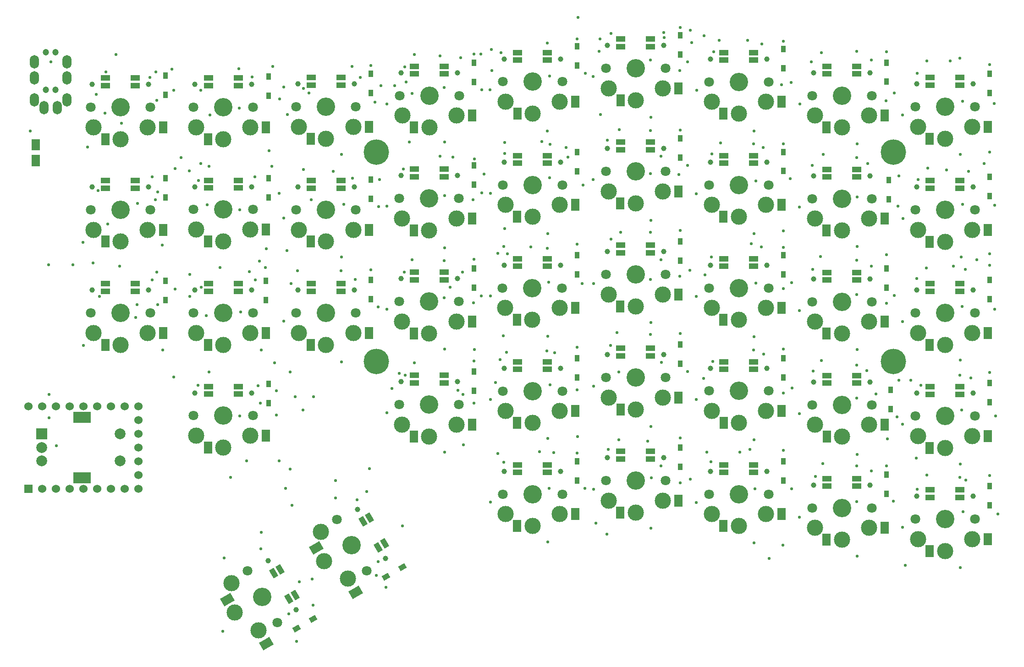
<source format=gts>
G04 #@! TF.GenerationSoftware,KiCad,Pcbnew,8.0.6-8.0.6-0~ubuntu24.04.1*
G04 #@! TF.CreationDate,2024-10-27T13:02:52+01:00*
G04 #@! TF.ProjectId,NomadKeyboard,4e6f6d61-644b-4657-9962-6f6172642e6b,rev?*
G04 #@! TF.SameCoordinates,Original*
G04 #@! TF.FileFunction,Soldermask,Top*
G04 #@! TF.FilePolarity,Negative*
%FSLAX46Y46*%
G04 Gerber Fmt 4.6, Leading zero omitted, Abs format (unit mm)*
G04 Created by KiCad (PCBNEW 8.0.6-8.0.6-0~ubuntu24.04.1) date 2024-10-27 13:02:52*
%MOMM*%
%LPD*%
G01*
G04 APERTURE LIST*
G04 Aperture macros list*
%AMRotRect*
0 Rectangle, with rotation*
0 The origin of the aperture is its center*
0 $1 length*
0 $2 width*
0 $3 Rotation angle, in degrees counterclockwise*
0 Add horizontal line*
21,1,$1,$2,0,0,$3*%
%AMFreePoly0*
4,1,6,1.000000,0.000000,0.500000,-0.750000,-0.500000,-0.750000,-0.500000,0.750000,0.500000,0.750000,1.000000,0.000000,1.000000,0.000000,$1*%
G04 Aperture macros list end*
%ADD10R,2.000000X2.000000*%
%ADD11C,2.000000*%
%ADD12R,3.200000X2.000000*%
%ADD13C,1.200000*%
%ADD14O,1.700000X2.500000*%
%ADD15R,0.950000X1.300000*%
%ADD16RotRect,1.300000X0.950000X210.000000*%
%ADD17C,1.800000*%
%ADD18C,1.000000*%
%ADD19C,3.000000*%
%ADD20C,3.400000*%
%ADD21R,1.700000X1.000000*%
%ADD22R,1.600000X2.200000*%
%ADD23RotRect,1.700000X1.000000X120.000000*%
%ADD24RotRect,1.600000X2.200000X120.000000*%
%ADD25C,4.700000*%
%ADD26R,1.500000X1.500000*%
%ADD27FreePoly0,90.000000*%
%ADD28FreePoly0,270.000000*%
%ADD29R,1.524000X1.524000*%
%ADD30C,1.524000*%
%ADD31C,0.550000*%
G04 APERTURE END LIST*
D10*
X48939120Y-112602640D03*
D11*
X48939120Y-117602640D03*
X48939120Y-115102640D03*
D12*
X56439120Y-109502640D03*
X56439120Y-120702640D03*
D11*
X63439120Y-117602640D03*
X63439120Y-112602640D03*
D13*
X49739120Y-42002640D03*
X49739120Y-49002640D03*
X51489120Y-42002640D03*
X51489120Y-49002640D03*
D14*
X47639120Y-50802640D03*
X53589120Y-50802640D03*
X47639120Y-46802640D03*
X53589120Y-46802640D03*
X47639120Y-43802640D03*
X53589120Y-43802640D03*
X49389120Y-52302640D03*
X51839120Y-52302640D03*
D15*
X109759120Y-46007640D03*
X109759120Y-49557640D03*
X128809120Y-43967640D03*
X128809120Y-47517640D03*
X147859100Y-40930100D03*
X147859100Y-44480100D03*
X166919120Y-38927640D03*
X166919120Y-42477640D03*
X185949120Y-41417640D03*
X185949120Y-44967640D03*
X205009120Y-43947640D03*
X205009120Y-47497640D03*
X109738200Y-84130300D03*
X109738200Y-87680300D03*
D16*
X99091315Y-146770140D03*
X96016925Y-148545140D03*
X115581315Y-137230140D03*
X112506925Y-139005140D03*
D15*
X147859100Y-117630100D03*
X147859100Y-121180100D03*
D17*
X106989100Y-52102600D03*
D18*
X106709100Y-47902600D03*
D19*
X106489100Y-55802600D03*
X101489100Y-58002600D03*
D20*
X101489100Y-52102600D03*
D19*
X96489100Y-55802600D03*
D18*
X96269100Y-47902600D03*
D17*
X95989100Y-52102600D03*
D21*
X98739100Y-48103600D03*
X98739100Y-46703600D03*
X104239100Y-46703600D03*
X104239100Y-48103600D03*
D22*
X98689100Y-58002600D03*
X109389100Y-55802600D03*
D17*
X164150000Y-45000000D03*
D18*
X163870000Y-40800000D03*
D19*
X163650000Y-48700000D03*
X158650000Y-50900000D03*
D20*
X158650000Y-45000000D03*
D19*
X153650000Y-48700000D03*
D18*
X153430000Y-40800000D03*
D17*
X153150000Y-45000000D03*
D21*
X155900000Y-41001000D03*
X155900000Y-39601000D03*
X161400000Y-39601000D03*
X161400000Y-41001000D03*
D22*
X155850000Y-50900000D03*
X166550000Y-48700000D03*
D17*
X106989100Y-90202600D03*
D18*
X106709100Y-86002600D03*
D19*
X106489100Y-93902600D03*
X101489100Y-96102600D03*
D20*
X101489100Y-90202600D03*
D19*
X96489100Y-93902600D03*
D18*
X96269100Y-86002600D03*
D17*
X95989100Y-90202600D03*
D21*
X98739100Y-86203600D03*
X98739100Y-84803600D03*
X104239100Y-84803600D03*
X104239100Y-86203600D03*
D22*
X98689100Y-96102600D03*
X109389100Y-93902600D03*
D17*
X126039100Y-69052600D03*
D18*
X125759100Y-64852600D03*
D19*
X125539100Y-72752600D03*
X120539100Y-74952600D03*
D20*
X120539100Y-69052600D03*
D19*
X115539100Y-72752600D03*
D18*
X115319100Y-64852600D03*
D17*
X115039100Y-69052600D03*
D21*
X117789100Y-65053600D03*
X117789100Y-63653600D03*
X123289100Y-63653600D03*
X123289100Y-65053600D03*
D22*
X117739100Y-74952600D03*
X128439100Y-72752600D03*
D17*
X108973700Y-137910740D03*
D18*
X112471007Y-135568253D03*
D19*
X105519406Y-139327727D03*
X101114150Y-136097600D03*
D20*
X106223700Y-133147600D03*
D19*
X100519406Y-130667473D03*
D18*
X107251007Y-126526947D03*
D17*
X103473700Y-128384460D03*
D23*
X108311936Y-128766530D03*
X109524371Y-128066530D03*
X112274371Y-132829670D03*
X111061936Y-133529670D03*
D24*
X99714150Y-133672729D03*
X106969406Y-141839201D03*
D17*
X164150000Y-102150000D03*
D18*
X163870000Y-97950000D03*
D19*
X163650000Y-105850000D03*
X158650000Y-108050000D03*
D20*
X158650000Y-102150000D03*
D19*
X153650000Y-105850000D03*
D18*
X153430000Y-97950000D03*
D17*
X153150000Y-102150000D03*
D21*
X155900000Y-98151000D03*
X155900000Y-96751000D03*
X161400000Y-96751000D03*
X161400000Y-98151000D03*
D22*
X155850000Y-108050000D03*
X166550000Y-105850000D03*
D17*
X202250000Y-107202600D03*
D18*
X201970000Y-103002600D03*
D19*
X201750000Y-110902600D03*
X196750000Y-113102600D03*
D20*
X196750000Y-107202600D03*
D19*
X191750000Y-110902600D03*
D18*
X191530000Y-103002600D03*
D17*
X191250000Y-107202600D03*
D21*
X194000000Y-103203600D03*
X194000000Y-101803600D03*
X199500000Y-101803600D03*
X199500000Y-103203600D03*
D22*
X193950000Y-113102600D03*
X204650000Y-110902600D03*
D17*
X164149100Y-121202600D03*
D18*
X163869100Y-117002600D03*
D19*
X163649100Y-124902600D03*
X158649100Y-127102600D03*
D20*
X158649100Y-121202600D03*
D19*
X153649100Y-124902600D03*
D18*
X153429100Y-117002600D03*
D17*
X153149100Y-121202600D03*
D21*
X155899100Y-117203600D03*
X155899100Y-115803600D03*
X161399100Y-115803600D03*
X161399100Y-117203600D03*
D22*
X155849100Y-127102600D03*
X166549100Y-124902600D03*
D17*
X202249100Y-69102600D03*
D18*
X201969100Y-64902600D03*
D19*
X201749100Y-72802600D03*
X196749100Y-75002600D03*
D20*
X196749100Y-69102600D03*
D19*
X191749100Y-72802600D03*
D18*
X191529100Y-64902600D03*
D17*
X191249100Y-69102600D03*
D21*
X193999100Y-65103600D03*
X193999100Y-63703600D03*
X199499100Y-63703600D03*
X199499100Y-65103600D03*
D22*
X193949100Y-75002600D03*
X204649100Y-72802600D03*
D17*
X221299100Y-90202600D03*
D18*
X221019100Y-86002600D03*
D19*
X220799100Y-93902600D03*
X215799100Y-96102600D03*
D20*
X215799100Y-90202600D03*
D19*
X210799100Y-93902600D03*
D18*
X210579100Y-86002600D03*
D17*
X210299100Y-90202600D03*
D21*
X213049100Y-86203600D03*
X213049100Y-84803600D03*
X218549100Y-84803600D03*
X218549100Y-86203600D03*
D22*
X212999100Y-96102600D03*
X223699100Y-93902600D03*
D17*
X221299100Y-109252600D03*
D18*
X221019100Y-105052600D03*
D19*
X220799100Y-112952600D03*
X215799100Y-115152600D03*
D20*
X215799100Y-109252600D03*
D19*
X210799100Y-112952600D03*
D18*
X210579100Y-105052600D03*
D17*
X210299100Y-109252600D03*
D21*
X213049100Y-105253600D03*
X213049100Y-103853600D03*
X218549100Y-103853600D03*
X218549100Y-105253600D03*
D22*
X212999100Y-115152600D03*
X223699100Y-112952600D03*
D25*
X206275000Y-60475000D03*
D15*
X109779120Y-65557640D03*
X109779120Y-69107640D03*
X128809120Y-62957640D03*
X128809120Y-66507640D03*
X147869100Y-60487600D03*
X147869100Y-64037600D03*
X166909100Y-57967600D03*
X166909100Y-61517600D03*
X185969100Y-60460100D03*
X185969100Y-64010100D03*
X205409120Y-65667640D03*
X205409120Y-69217640D03*
D17*
X183199100Y-47502600D03*
D18*
X182919100Y-43302600D03*
D19*
X182699100Y-51202600D03*
X177699100Y-53402600D03*
D20*
X177699100Y-47502600D03*
D19*
X172699100Y-51202600D03*
D18*
X172479100Y-43302600D03*
D17*
X172199100Y-47502600D03*
D21*
X174949100Y-43503600D03*
X174949100Y-42103600D03*
X180449100Y-42103600D03*
X180449100Y-43503600D03*
D22*
X174899100Y-53402600D03*
X185599100Y-51202600D03*
D17*
X164149100Y-64052600D03*
D18*
X163869100Y-59852600D03*
D19*
X163649100Y-67752600D03*
X158649100Y-69952600D03*
D20*
X158649100Y-64052600D03*
D19*
X153649100Y-67752600D03*
D18*
X153429100Y-59852600D03*
D17*
X153149100Y-64052600D03*
D21*
X155899100Y-60053600D03*
X155899100Y-58653600D03*
X161399100Y-58653600D03*
X161399100Y-60053600D03*
D22*
X155849100Y-69952600D03*
X166549100Y-67752600D03*
D17*
X145099100Y-66552600D03*
D18*
X144819100Y-62352600D03*
D19*
X144599100Y-70252600D03*
X139599100Y-72452600D03*
D20*
X139599100Y-66552600D03*
D19*
X134599100Y-70252600D03*
D18*
X134379100Y-62352600D03*
D17*
X134099100Y-66552600D03*
D21*
X136849100Y-62553600D03*
X136849100Y-61153600D03*
X142349100Y-61153600D03*
X142349100Y-62553600D03*
D22*
X136799100Y-72452600D03*
X147499100Y-70252600D03*
D17*
X183199100Y-85601600D03*
D18*
X182919100Y-81401600D03*
D19*
X182699100Y-89301600D03*
X177699100Y-91501600D03*
D20*
X177699100Y-85601600D03*
D19*
X172699100Y-89301600D03*
D18*
X172479100Y-81401600D03*
D17*
X172199100Y-85601600D03*
D21*
X174949100Y-81602600D03*
X174949100Y-80202600D03*
X180449100Y-80202600D03*
X180449100Y-81602600D03*
D22*
X174899100Y-91501600D03*
X185599100Y-89301600D03*
D17*
X202249100Y-50051600D03*
D18*
X201969100Y-45851600D03*
D19*
X201749100Y-53751600D03*
X196749100Y-55951600D03*
D20*
X196749100Y-50051600D03*
D19*
X191749100Y-53751600D03*
D18*
X191529100Y-45851600D03*
D17*
X191249100Y-50051600D03*
D21*
X193999100Y-46052600D03*
X193999100Y-44652600D03*
X199499100Y-44652600D03*
X199499100Y-46052600D03*
D22*
X193949100Y-55951600D03*
X204649100Y-53751600D03*
D17*
X106989100Y-71148400D03*
D18*
X106709100Y-66948400D03*
D19*
X106489100Y-74848400D03*
X101489100Y-77048400D03*
D20*
X101489100Y-71148400D03*
D19*
X96489100Y-74848400D03*
D18*
X96269100Y-66948400D03*
D17*
X95989100Y-71148400D03*
D21*
X98739100Y-67149400D03*
X98739100Y-65749400D03*
X104239100Y-65749400D03*
X104239100Y-67149400D03*
D22*
X98689100Y-77048400D03*
X109389100Y-74848400D03*
D17*
X221299100Y-128301600D03*
D18*
X221019100Y-124101600D03*
D19*
X220799100Y-132001600D03*
X215799100Y-134201600D03*
D20*
X215799100Y-128301600D03*
D19*
X210799100Y-132001600D03*
D18*
X210579100Y-124101600D03*
D17*
X210299100Y-128301600D03*
D21*
X213049100Y-124302600D03*
X213049100Y-122902600D03*
X218549100Y-122902600D03*
X218549100Y-124302600D03*
D22*
X212999100Y-134201600D03*
X223699100Y-132001600D03*
D17*
X183199100Y-66551600D03*
D18*
X182919100Y-62351600D03*
D19*
X182699100Y-70251600D03*
X177699100Y-72451600D03*
D20*
X177699100Y-66551600D03*
D19*
X172699100Y-70251600D03*
D18*
X172479100Y-62351600D03*
D17*
X172199100Y-66551600D03*
D21*
X174949100Y-62552600D03*
X174949100Y-61152600D03*
X180449100Y-61152600D03*
X180449100Y-62552600D03*
D22*
X174899100Y-72451600D03*
X185599100Y-70251600D03*
D17*
X183200000Y-104650000D03*
D18*
X182920000Y-100450000D03*
D19*
X182700000Y-108350000D03*
X177700000Y-110550000D03*
D20*
X177700000Y-104650000D03*
D19*
X172700000Y-108350000D03*
D18*
X172480000Y-100450000D03*
D17*
X172200000Y-104650000D03*
D21*
X174950000Y-100651000D03*
X174950000Y-99251000D03*
X180450000Y-99251000D03*
X180450000Y-100651000D03*
D22*
X174900000Y-110550000D03*
X185600000Y-108350000D03*
D17*
X202249100Y-126252600D03*
D18*
X201969100Y-122052600D03*
D19*
X201749100Y-129952600D03*
X196749100Y-132152600D03*
D20*
X196749100Y-126252600D03*
D19*
X191749100Y-129952600D03*
D18*
X191529100Y-122052600D03*
D17*
X191249100Y-126252600D03*
D21*
X193999100Y-122253600D03*
X193999100Y-120853600D03*
X199499100Y-120853600D03*
X199499100Y-122253600D03*
D22*
X193949100Y-132152600D03*
X204649100Y-129952600D03*
D17*
X164149100Y-83102600D03*
D18*
X163869100Y-78902600D03*
D19*
X163649100Y-86802600D03*
X158649100Y-89002600D03*
D20*
X158649100Y-83102600D03*
D19*
X153649100Y-86802600D03*
D18*
X153429100Y-78902600D03*
D17*
X153149100Y-83102600D03*
D21*
X155899100Y-79103600D03*
X155899100Y-77703600D03*
X161399100Y-77703600D03*
X161399100Y-79103600D03*
D22*
X155849100Y-89002600D03*
X166549100Y-86802600D03*
D17*
X145100000Y-47500000D03*
D18*
X144820000Y-43300000D03*
D19*
X144600000Y-51200000D03*
X139600000Y-53400000D03*
D20*
X139600000Y-47500000D03*
D19*
X134600000Y-51200000D03*
D18*
X134380000Y-43300000D03*
D17*
X134100000Y-47500000D03*
D21*
X136850000Y-43501000D03*
X136850000Y-42101000D03*
X142350000Y-42101000D03*
X142350000Y-43501000D03*
D22*
X136800000Y-53400000D03*
X147500000Y-51200000D03*
D15*
X166909100Y-115117600D03*
X166909100Y-118667600D03*
D17*
X126039100Y-88102600D03*
D18*
X125759100Y-83902600D03*
D19*
X125539100Y-91802600D03*
X120539100Y-94002600D03*
D20*
X120539100Y-88102600D03*
D19*
X115539100Y-91802600D03*
D18*
X115319100Y-83902600D03*
D17*
X115039100Y-88102600D03*
D21*
X117789100Y-84103600D03*
X117789100Y-82703600D03*
X123289100Y-82703600D03*
X123289100Y-84103600D03*
D22*
X117739100Y-94002600D03*
X128439100Y-91802600D03*
D25*
X206275000Y-99225000D03*
D15*
X147849100Y-79530100D03*
X147849100Y-83080100D03*
X166919100Y-77037600D03*
X166919100Y-80587600D03*
X185929100Y-79537600D03*
X185929100Y-83087600D03*
X205009100Y-82017600D03*
X205009100Y-85567600D03*
X185959100Y-117630100D03*
X185959100Y-121180100D03*
X204999100Y-120127600D03*
X204999100Y-123677600D03*
X205769120Y-104447640D03*
X205769120Y-107997640D03*
X128789100Y-101087600D03*
X128789100Y-104637600D03*
X147849100Y-98580100D03*
X147849100Y-102130100D03*
X166909100Y-96080100D03*
X166909100Y-99630100D03*
X185949120Y-98562640D03*
X185949120Y-102112640D03*
X128799100Y-82027600D03*
X128799100Y-85577600D03*
X224049100Y-122246600D03*
X224049100Y-125796600D03*
D17*
X126039100Y-107151600D03*
D18*
X125759100Y-102951600D03*
D19*
X125539100Y-110851600D03*
X120539100Y-113051600D03*
D20*
X120539100Y-107151600D03*
D19*
X115539100Y-110851600D03*
D18*
X115319100Y-102951600D03*
D17*
X115039100Y-107151600D03*
D21*
X117789100Y-103152600D03*
X117789100Y-101752600D03*
X123289100Y-101752600D03*
X123289100Y-103152600D03*
D22*
X117739100Y-113051600D03*
X128439100Y-110851600D03*
D25*
X110775000Y-60475000D03*
X110775000Y-99225000D03*
D17*
X87989120Y-90202640D03*
D18*
X87709120Y-86002640D03*
D19*
X87489120Y-93902640D03*
X82489120Y-96102640D03*
D20*
X82489120Y-90202640D03*
D19*
X77489120Y-93902640D03*
D18*
X77269120Y-86002640D03*
D17*
X76989120Y-90202640D03*
D21*
X79739120Y-86203640D03*
X79739120Y-84803640D03*
X85239120Y-84803640D03*
X85239120Y-86203640D03*
D22*
X79689120Y-96102640D03*
X90389120Y-93902640D03*
D26*
X47839120Y-61802640D03*
X47839120Y-59402640D03*
D27*
X47839120Y-62602640D03*
D28*
X47839120Y-58602640D03*
D17*
X221299100Y-71151600D03*
D18*
X221019100Y-66951600D03*
D19*
X220799100Y-74851600D03*
X215799100Y-77051600D03*
D20*
X215799100Y-71151600D03*
D19*
X210799100Y-74851600D03*
D18*
X210579100Y-66951600D03*
D17*
X210299100Y-71151600D03*
D21*
X213049100Y-67152600D03*
X213049100Y-65752600D03*
X218549100Y-65752600D03*
X218549100Y-67152600D03*
D22*
X212999100Y-77051600D03*
X223699100Y-74851600D03*
D17*
X87989120Y-71102640D03*
D18*
X87709120Y-66902640D03*
D19*
X87489120Y-74802640D03*
X82489120Y-77002640D03*
D20*
X82489120Y-71102640D03*
D19*
X77489120Y-74802640D03*
D18*
X77269120Y-66902640D03*
D17*
X76989120Y-71102640D03*
D21*
X79739120Y-67103640D03*
X79739120Y-65703640D03*
X85239120Y-65703640D03*
X85239120Y-67103640D03*
D22*
X79689120Y-77002640D03*
X90389120Y-74802640D03*
D17*
X202249100Y-88152600D03*
D18*
X201969100Y-83952600D03*
D19*
X201749100Y-91852600D03*
X196749100Y-94052600D03*
D20*
X196749100Y-88152600D03*
D19*
X191749100Y-91852600D03*
D18*
X191529100Y-83952600D03*
D17*
X191249100Y-88152600D03*
D21*
X193999100Y-84153600D03*
X193999100Y-82753600D03*
X199499100Y-82753600D03*
X199499100Y-84153600D03*
D22*
X193949100Y-94052600D03*
X204649100Y-91852600D03*
D15*
X224059100Y-84156600D03*
X224059100Y-87706600D03*
X71839120Y-84327640D03*
X71839120Y-87877640D03*
D17*
X145089100Y-85602600D03*
D18*
X144809100Y-81402600D03*
D19*
X144589100Y-89302600D03*
X139589100Y-91502600D03*
D20*
X139589100Y-85602600D03*
D19*
X134589100Y-89302600D03*
D18*
X134369100Y-81402600D03*
D17*
X134089100Y-85602600D03*
D21*
X136839100Y-81603600D03*
X136839100Y-80203600D03*
X142339100Y-80203600D03*
X142339100Y-81603600D03*
D22*
X136789100Y-91502600D03*
X147489100Y-89302600D03*
D15*
X90339120Y-84327640D03*
X90339120Y-87877640D03*
D17*
X68989120Y-52191100D03*
D18*
X68709120Y-47991100D03*
D19*
X68489120Y-55891100D03*
X63489120Y-58091100D03*
D20*
X63489120Y-52191100D03*
D19*
X58489120Y-55891100D03*
D18*
X58269120Y-47991100D03*
D17*
X57989120Y-52191100D03*
D21*
X60739120Y-48192100D03*
X60739120Y-46792100D03*
X66239120Y-46792100D03*
X66239120Y-48192100D03*
D22*
X60689120Y-58091100D03*
X71389120Y-55891100D03*
D15*
X71839120Y-65327640D03*
X71839120Y-68877640D03*
D17*
X221299100Y-52102600D03*
D18*
X221019100Y-47902600D03*
D19*
X220799100Y-55802600D03*
X215799100Y-58002600D03*
D20*
X215799100Y-52102600D03*
D19*
X210799100Y-55802600D03*
D18*
X210579100Y-47902600D03*
D17*
X210299100Y-52102600D03*
D21*
X213049100Y-48103600D03*
X213049100Y-46703600D03*
X218549100Y-46703600D03*
X218549100Y-48103600D03*
D22*
X212999100Y-58002600D03*
X223699100Y-55802600D03*
D15*
X224059100Y-103196600D03*
X224059100Y-106746600D03*
D17*
X87989120Y-109202640D03*
D18*
X87709120Y-105002640D03*
D19*
X87489120Y-112902640D03*
X82489120Y-115102640D03*
D20*
X82489120Y-109202640D03*
D19*
X77489120Y-112902640D03*
D18*
X77269120Y-105002640D03*
D17*
X76989120Y-109202640D03*
D21*
X79739120Y-105203640D03*
X79739120Y-103803640D03*
X85239120Y-103803640D03*
X85239120Y-105203640D03*
D22*
X79689120Y-115102640D03*
X90389120Y-112902640D03*
D17*
X145099100Y-104652600D03*
D18*
X144819100Y-100452600D03*
D19*
X144599100Y-108352600D03*
X139599100Y-110552600D03*
D20*
X139599100Y-104652600D03*
D19*
X134599100Y-108352600D03*
D18*
X134379100Y-100452600D03*
D17*
X134099100Y-104652600D03*
D21*
X136849100Y-100653600D03*
X136849100Y-99253600D03*
X142349100Y-99253600D03*
X142349100Y-100653600D03*
D22*
X136799100Y-110552600D03*
X147499100Y-108352600D03*
D17*
X68999120Y-90202640D03*
D18*
X68719120Y-86002640D03*
D19*
X68499120Y-93902640D03*
X63499120Y-96102640D03*
D20*
X63499120Y-90202640D03*
D19*
X58499120Y-93902640D03*
D18*
X58279120Y-86002640D03*
D17*
X57999120Y-90202640D03*
D21*
X60749120Y-86203640D03*
X60749120Y-84803640D03*
X66249120Y-84803640D03*
X66249120Y-86203640D03*
D22*
X60699120Y-96102640D03*
X71399120Y-93902640D03*
D15*
X71839120Y-46327640D03*
X71839120Y-49877640D03*
X90839120Y-103327640D03*
X90839120Y-106877640D03*
X90839120Y-65327640D03*
X90839120Y-68877640D03*
X224069120Y-46017640D03*
X224069120Y-49567640D03*
X90839120Y-46552640D03*
X90839120Y-50102640D03*
D29*
X46519120Y-122722640D03*
D30*
X49059120Y-122722640D03*
X51599120Y-122722640D03*
X54139120Y-122722640D03*
X56679120Y-122722640D03*
X59219120Y-122722640D03*
X61759120Y-122722640D03*
X64299120Y-122722640D03*
X66839120Y-122722640D03*
X66839120Y-120182640D03*
X66839120Y-117642640D03*
X66839120Y-115102640D03*
X66839120Y-112562640D03*
X66839120Y-110022640D03*
X66839120Y-107482640D03*
X64299120Y-107482640D03*
X61759120Y-107482640D03*
X59219120Y-107482640D03*
X56679120Y-107482640D03*
X54139120Y-107482640D03*
X51599120Y-107482640D03*
X49059120Y-107482640D03*
X46519120Y-107482640D03*
D17*
X68999120Y-71148440D03*
D18*
X68719120Y-66948440D03*
D19*
X68499120Y-74848440D03*
X63499120Y-77048440D03*
D20*
X63499120Y-71148440D03*
D19*
X58499120Y-74848440D03*
D18*
X58279120Y-66948440D03*
D17*
X57999120Y-71148440D03*
D21*
X60749120Y-67149440D03*
X60749120Y-65749440D03*
X66249120Y-65749440D03*
X66249120Y-67149440D03*
D22*
X60699120Y-77048440D03*
X71399120Y-74848440D03*
D17*
X87989120Y-52202640D03*
D18*
X87709120Y-48002640D03*
D19*
X87489120Y-55902640D03*
X82489120Y-58102640D03*
D20*
X82489120Y-52202640D03*
D19*
X77489120Y-55902640D03*
D18*
X77269120Y-48002640D03*
D17*
X76989120Y-52202640D03*
D21*
X79739120Y-48203640D03*
X79739120Y-46803640D03*
X85239120Y-46803640D03*
X85239120Y-48203640D03*
D22*
X79689120Y-58102640D03*
X90389120Y-55902640D03*
D17*
X92473700Y-147437640D03*
D18*
X95971007Y-145095153D03*
D19*
X89019406Y-148854627D03*
X84614150Y-145624500D03*
D20*
X89723700Y-142674500D03*
D19*
X84019406Y-140194373D03*
D18*
X90751007Y-136053847D03*
D17*
X86973700Y-137911360D03*
D23*
X91811936Y-138293430D03*
X93024371Y-137593430D03*
X95774371Y-142356570D03*
X94561936Y-143056570D03*
D24*
X83214150Y-143199629D03*
X90469406Y-151366101D03*
D15*
X224059100Y-65096600D03*
X224059100Y-68646600D03*
D17*
X145099100Y-123701600D03*
D18*
X144819100Y-119501600D03*
D19*
X144599100Y-127401600D03*
X139599100Y-129601600D03*
D20*
X139599100Y-123701600D03*
D19*
X134599100Y-127401600D03*
D18*
X134379100Y-119501600D03*
D17*
X134099100Y-123701600D03*
D21*
X136849100Y-119702600D03*
X136849100Y-118302600D03*
X142349100Y-118302600D03*
X142349100Y-119702600D03*
D22*
X136799100Y-129601600D03*
X147499100Y-127401600D03*
D17*
X183199100Y-123702600D03*
D18*
X182919100Y-119502600D03*
D19*
X182699100Y-127402600D03*
X177699100Y-129602600D03*
D20*
X177699100Y-123702600D03*
D19*
X172699100Y-127402600D03*
D18*
X172479100Y-119502600D03*
D17*
X172199100Y-123702600D03*
D21*
X174949100Y-119703600D03*
X174949100Y-118303600D03*
X180449100Y-118303600D03*
X180449100Y-119703600D03*
D22*
X174899100Y-129602600D03*
X185599100Y-127402600D03*
D17*
X126049100Y-50052600D03*
D18*
X125769100Y-45852600D03*
D19*
X125549100Y-53752600D03*
X120549100Y-55952600D03*
D20*
X120549100Y-50052600D03*
D19*
X115549100Y-53752600D03*
D18*
X115329100Y-45852600D03*
D17*
X115049100Y-50052600D03*
D21*
X117799100Y-46053600D03*
X117799100Y-44653600D03*
X123299100Y-44653600D03*
X123299100Y-46053600D03*
D22*
X117749100Y-55952600D03*
X128449100Y-53752600D03*
D31*
X51639120Y-114802640D03*
X66539120Y-88702640D03*
X210689120Y-122852640D03*
X50239120Y-81302640D03*
X76239120Y-64002640D03*
X90939120Y-60202640D03*
X54739120Y-81302640D03*
X58439120Y-81002640D03*
X50339120Y-105302640D03*
X50339120Y-109602640D03*
X91939120Y-99402640D03*
X88439120Y-84102640D03*
X79339120Y-90702640D03*
X80039120Y-53602640D03*
X60639120Y-53302640D03*
X79539120Y-70202640D03*
X66639120Y-70002640D03*
X77939120Y-65703640D03*
X148039120Y-35602640D03*
X62639120Y-42502640D03*
X208439120Y-136902640D03*
X70039120Y-45702640D03*
X91659120Y-44622640D03*
X85464120Y-52327640D03*
X74689120Y-61502640D03*
X78339120Y-62573640D03*
X91489120Y-63152640D03*
X85564120Y-71127640D03*
X90439120Y-78402640D03*
X76339120Y-83102640D03*
X73589120Y-85852640D03*
X89139120Y-80652640D03*
X85714120Y-90077640D03*
X89539120Y-97102640D03*
X70339120Y-88702640D03*
X66299120Y-91042640D03*
X69939120Y-69302640D03*
X73601620Y-63565140D03*
X61139120Y-73802640D03*
X63658350Y-55121870D03*
X71239120Y-77702640D03*
X56620120Y-77202640D03*
X56639120Y-96202640D03*
X57439120Y-59602640D03*
X70239120Y-50912100D03*
X73001620Y-45165140D03*
X104289100Y-60942640D03*
X110529120Y-51282640D03*
X130249120Y-48972640D03*
X123349100Y-58652640D03*
X142329120Y-56572640D03*
X149369120Y-45972640D03*
X161439120Y-54032640D03*
X168259120Y-43812640D03*
X187359120Y-47642640D03*
X180499120Y-56572640D03*
X206419120Y-49542640D03*
X199539120Y-59012640D03*
X224859120Y-51512640D03*
X218649120Y-60942640D03*
X104289100Y-79882640D03*
X111179120Y-70532640D03*
X123349120Y-78162640D03*
X130269120Y-68002640D03*
X142409120Y-75527610D03*
X148909120Y-66562640D03*
X161439120Y-73112640D03*
X168279120Y-62922640D03*
X187259120Y-65372640D03*
X180499100Y-75582640D03*
X199589120Y-77952640D03*
X207129120Y-70512640D03*
X225009120Y-70312640D03*
X218799120Y-79862640D03*
X111139120Y-89122640D03*
X104289120Y-99282640D03*
X130179120Y-87052640D03*
X123339100Y-96922640D03*
X142389100Y-94562640D03*
X148779120Y-84802640D03*
X161449100Y-91962620D03*
X168669120Y-82342640D03*
X180499100Y-94642640D03*
X187459120Y-84642640D03*
X199549100Y-96962640D03*
X206449120Y-87032640D03*
X218599100Y-98952640D03*
X224969120Y-89522640D03*
X82404120Y-149027640D03*
X96024120Y-150947640D03*
X128779120Y-106872640D03*
X123339100Y-115922640D03*
X147859120Y-104472640D03*
X142399100Y-113412640D03*
X168249120Y-101022640D03*
X161450000Y-111212640D03*
X187569120Y-104082640D03*
X180500000Y-113672640D03*
X199559120Y-116342640D03*
X206949120Y-109472640D03*
X59044620Y-49808140D03*
X93649120Y-48482640D03*
X192979120Y-42082640D03*
X59614370Y-87172890D03*
X212429120Y-120182640D03*
X130669120Y-64532640D03*
X79839120Y-101102640D03*
X95039120Y-84803600D03*
X113609120Y-104162640D03*
X89494120Y-130747640D03*
X171809120Y-115932640D03*
X97219120Y-108152640D03*
X79839120Y-63102640D03*
X212659120Y-63482640D03*
X133209120Y-116212640D03*
X97279120Y-63742640D03*
X134229120Y-94422640D03*
X114139120Y-48242640D03*
X155559120Y-113642640D03*
X107214120Y-124737640D03*
X128869120Y-97002640D03*
X114959120Y-101402640D03*
X193269120Y-118072640D03*
X134489120Y-58712640D03*
X209459120Y-102632640D03*
X155669120Y-56342640D03*
X192779120Y-79802640D03*
X134839120Y-97492640D03*
X192939120Y-99012640D03*
X212409120Y-43682640D03*
X174129120Y-39832640D03*
X155249120Y-93882640D03*
X212379120Y-81912640D03*
X154099120Y-38582640D03*
X117359120Y-80362640D03*
X174379120Y-58812640D03*
X132139120Y-45452640D03*
X73339120Y-49102640D03*
X98349120Y-49532640D03*
X171179120Y-102292640D03*
X111649120Y-48242640D03*
X76339120Y-87203640D03*
X70339120Y-67850640D03*
X117799100Y-42422620D03*
X117789120Y-99452640D03*
X171479120Y-83182640D03*
X193289120Y-60922640D03*
X134319120Y-77902640D03*
X116279120Y-47573580D03*
X155899120Y-75322640D03*
X166939120Y-121612640D03*
X94239120Y-78732640D03*
X185909120Y-85732640D03*
X199499120Y-41852640D03*
X151939120Y-41842640D03*
X220119120Y-64042640D03*
X185949120Y-75042640D03*
X210469120Y-117072640D03*
X199499120Y-61482640D03*
X161419120Y-64452640D03*
X220549120Y-102272640D03*
X133189120Y-79192640D03*
X142350000Y-40362640D03*
X123349120Y-68512640D03*
X203049120Y-105202640D03*
X111061936Y-136147640D03*
X122519120Y-42752640D03*
X104789120Y-70152640D03*
X219599120Y-82132640D03*
X199499120Y-80492640D03*
X177879120Y-115992640D03*
X199619120Y-68792640D03*
X218939120Y-89042640D03*
X152149120Y-53542640D03*
X185969120Y-105032640D03*
X204879120Y-50982640D03*
X146189120Y-61422640D03*
X218899120Y-108182640D03*
X123289120Y-87452640D03*
X123299120Y-48582640D03*
X219679120Y-121142640D03*
X142819120Y-103512640D03*
X161399120Y-43492640D03*
X205009120Y-88402640D03*
X161389120Y-94212640D03*
X133629120Y-98882640D03*
X224049120Y-60482640D03*
X199529120Y-105952640D03*
X116879120Y-58662640D03*
X199489120Y-118532640D03*
X161529120Y-120692640D03*
X181849120Y-77992640D03*
X161399120Y-75312640D03*
X155559120Y-101112640D03*
X180849120Y-84702640D03*
X85339120Y-45102640D03*
X107839120Y-46692640D03*
X92339120Y-109102640D03*
X163889120Y-38422640D03*
X122519120Y-61222640D03*
X143529120Y-116022640D03*
X123299120Y-80522640D03*
X142629120Y-84582640D03*
X128719120Y-88322640D03*
X106909120Y-84032640D03*
X166789120Y-83462640D03*
X199499120Y-86802640D03*
X161389120Y-84072640D03*
X180909120Y-65852640D03*
X199499120Y-125102640D03*
X142779120Y-65202640D03*
X103244120Y-121187640D03*
X134509120Y-74632640D03*
X125829120Y-104482640D03*
X166639120Y-64632640D03*
X139319120Y-78002640D03*
X117409120Y-49622640D03*
X142769120Y-46442640D03*
X219049120Y-51102640D03*
X103214120Y-124397640D03*
X160879120Y-113952640D03*
X205129120Y-113462640D03*
X142689120Y-122622640D03*
X143729120Y-97542640D03*
X106349120Y-65342640D03*
X161389120Y-56542640D03*
X219109120Y-126932640D03*
X216769120Y-43622640D03*
X142814120Y-59047640D03*
X182229120Y-59632640D03*
X219019120Y-70142640D03*
X182279120Y-97822640D03*
X166819120Y-45432640D03*
X168789120Y-37972640D03*
X185619120Y-48012640D03*
X179359120Y-39862640D03*
X94564120Y-145827640D03*
X180719120Y-122722640D03*
X128629120Y-69272640D03*
X224049120Y-79322640D03*
X147929120Y-113062640D03*
X199489120Y-99832640D03*
X225169120Y-109272640D03*
X218599100Y-118122640D03*
X98944120Y-139387640D03*
X112514120Y-140917640D03*
X142399120Y-132582640D03*
X149299120Y-122662640D03*
X97269120Y-48692640D03*
X102839120Y-64012620D03*
X115999120Y-44762640D03*
X131979120Y-41502640D03*
X130089120Y-42412640D03*
X128789120Y-42352640D03*
X166919120Y-37472640D03*
X109769120Y-44482640D03*
X224069120Y-44362640D03*
X185959120Y-40042640D03*
X147869120Y-39602640D03*
X205029120Y-41952640D03*
X70226620Y-82715140D03*
X109739120Y-82292640D03*
X204979120Y-79472640D03*
X185929120Y-78072640D03*
X147849100Y-77512640D03*
X221709120Y-80412640D03*
X166919120Y-74932640D03*
X128759120Y-80312640D03*
X224059120Y-81392640D03*
X133799120Y-42122640D03*
X141329120Y-58552640D03*
X171269120Y-38952640D03*
X181969120Y-40512640D03*
X168999120Y-40222640D03*
X152047480Y-39601000D03*
X180439120Y-58972640D03*
X173063630Y-41968130D03*
X218569120Y-43122640D03*
X191119120Y-43832640D03*
X168739120Y-120922640D03*
X161449100Y-130022620D03*
X210629120Y-45922640D03*
X216079120Y-63782640D03*
X81929120Y-81863640D03*
X90239120Y-81863640D03*
X104239120Y-82462640D03*
X78440120Y-85501640D03*
X115969120Y-82652640D03*
X124889120Y-61402640D03*
X134429120Y-60712640D03*
X142329120Y-78252640D03*
X163379120Y-61252640D03*
X154119120Y-76542640D03*
X201549120Y-62582640D03*
X191349120Y-82152640D03*
X187439120Y-122722640D03*
X180499100Y-132682640D03*
X94839120Y-101102640D03*
X88887120Y-103650640D03*
X96229120Y-82392640D03*
X142299120Y-97222640D03*
X135009120Y-79322640D03*
X172619120Y-79872640D03*
X180449120Y-97112640D03*
X199549120Y-135177640D03*
X206249120Y-125012640D03*
X218549120Y-101732640D03*
X210619120Y-83902640D03*
X218599100Y-137282640D03*
X225609120Y-127402640D03*
X163309120Y-118522640D03*
X134299120Y-117852640D03*
X172589120Y-117702640D03*
X202189120Y-119432640D03*
X89464120Y-133817640D03*
X110774120Y-138727640D03*
X109514120Y-118987640D03*
X126769120Y-105302640D03*
X163449120Y-99342640D03*
X153579120Y-115472640D03*
X191839120Y-120412640D03*
X201389120Y-100922640D03*
X131819120Y-68112640D03*
X131799120Y-48962640D03*
X131809120Y-125142640D03*
X131809120Y-87122640D03*
X131809120Y-106222640D03*
X185959120Y-58992640D03*
X111329120Y-65582640D03*
X166909120Y-56472640D03*
X223019120Y-62607640D03*
X145819120Y-59652640D03*
X207259120Y-64932640D03*
X128849120Y-61772640D03*
X185909120Y-96902640D03*
X207319120Y-102642640D03*
X99169120Y-105702640D03*
X147849100Y-96542620D03*
X224059120Y-101242640D03*
X92310120Y-104631640D03*
X99114120Y-144267640D03*
X128779120Y-99142640D03*
X95739120Y-105702640D03*
X73339120Y-102102640D03*
X166909120Y-94012640D03*
X112749120Y-89572640D03*
X112749120Y-108632640D03*
X126839120Y-114602640D03*
X112749120Y-70512640D03*
X112749100Y-51622640D03*
X115584120Y-129607640D03*
X94034120Y-122607640D03*
X83839120Y-120637640D03*
X166889120Y-113332640D03*
X205039120Y-118532640D03*
X224029120Y-120242640D03*
X147869120Y-116132640D03*
X185959120Y-115582640D03*
X108994120Y-123227640D03*
X169899120Y-68202640D03*
X169899120Y-106252640D03*
X169919120Y-49042640D03*
X169899120Y-125302640D03*
X169899120Y-87192640D03*
X150859120Y-103732640D03*
X150849120Y-65592640D03*
X150849120Y-46502640D03*
X153339120Y-131102640D03*
X150859120Y-84762640D03*
X150859120Y-122842640D03*
X151339120Y-129102640D03*
X207989120Y-53632640D03*
X207989120Y-110752640D03*
X207989120Y-129822640D03*
X208019120Y-72742640D03*
X207999120Y-91792640D03*
X95184120Y-125757640D03*
X94339120Y-53572640D03*
X82624120Y-135537640D03*
X93699120Y-72692640D03*
X93689120Y-91722640D03*
X188949120Y-127942640D03*
X188949120Y-108822640D03*
X188949120Y-70682640D03*
X183339120Y-135602640D03*
X185839120Y-133102640D03*
X188959120Y-51582640D03*
X188949120Y-89822640D03*
X50639120Y-43802640D03*
X88339120Y-65102640D03*
X92839120Y-68102640D03*
X98749120Y-69302640D03*
X60839120Y-45646850D03*
X87839120Y-46602640D03*
X59339120Y-67602640D03*
X69339120Y-84102640D03*
X46839120Y-56602640D03*
X68940120Y-46703640D03*
X86839120Y-117602640D03*
X71339120Y-97102640D03*
X85514120Y-109277640D03*
X89339120Y-106877640D03*
X78339120Y-49102640D03*
X106299120Y-44643580D03*
X92905610Y-50642640D03*
X92839120Y-117602640D03*
X94839120Y-119102640D03*
X96534120Y-139937640D03*
X77839120Y-103602640D03*
X69339120Y-65102640D03*
X87339120Y-82602640D03*
X63339120Y-81602640D03*
X115790080Y-63653600D03*
X126379120Y-43072640D03*
X153439120Y-58322640D03*
X163899120Y-39362640D03*
X202229120Y-43462640D03*
X191299120Y-62952640D03*
X179989120Y-77422640D03*
X172719120Y-60862640D03*
X210809120Y-65562640D03*
X217319120Y-81542640D03*
X116089120Y-101722640D03*
X126679120Y-82692640D03*
X124419120Y-85502640D03*
X163359120Y-80422640D03*
X154029120Y-96232640D03*
X202209120Y-81572640D03*
X191429120Y-100952640D03*
X132789120Y-103082640D03*
X140919120Y-115842640D03*
X179809120Y-115412640D03*
X172869120Y-99222640D03*
X218519120Y-120612640D03*
X211329120Y-103552640D03*
M02*

</source>
